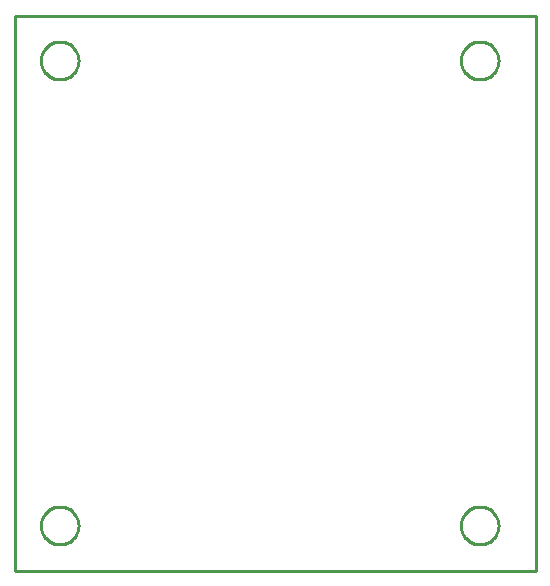
<source format=gbr>
G04 EAGLE Gerber RS-274X export*
G75*
%MOMM*%
%FSLAX34Y34*%
%LPD*%
%IN*%
%IPPOS*%
%AMOC8*
5,1,8,0,0,1.08239X$1,22.5*%
G01*
%ADD10C,0.254000*%


D10*
X0Y-38100D02*
X441200Y-38100D01*
X441200Y431700D01*
X0Y431700D01*
X0Y-38100D01*
X54102Y393176D02*
X54033Y392131D01*
X53897Y391092D01*
X53692Y390064D01*
X53421Y389052D01*
X53084Y388060D01*
X52683Y387092D01*
X52220Y386153D01*
X51696Y385245D01*
X51114Y384374D01*
X50476Y383543D01*
X49786Y382755D01*
X49045Y382014D01*
X48257Y381324D01*
X47426Y380686D01*
X46555Y380104D01*
X45647Y379580D01*
X44708Y379117D01*
X43740Y378716D01*
X42748Y378379D01*
X41736Y378108D01*
X40708Y377903D01*
X39669Y377767D01*
X38624Y377698D01*
X37576Y377698D01*
X36531Y377767D01*
X35492Y377903D01*
X34464Y378108D01*
X33452Y378379D01*
X32460Y378716D01*
X31492Y379117D01*
X30553Y379580D01*
X29645Y380104D01*
X28774Y380686D01*
X27943Y381324D01*
X27155Y382014D01*
X26414Y382755D01*
X25724Y383543D01*
X25086Y384374D01*
X24504Y385245D01*
X23980Y386153D01*
X23517Y387092D01*
X23116Y388060D01*
X22779Y389052D01*
X22508Y390064D01*
X22303Y391092D01*
X22167Y392131D01*
X22098Y393176D01*
X22098Y394224D01*
X22167Y395269D01*
X22303Y396308D01*
X22508Y397336D01*
X22779Y398348D01*
X23116Y399340D01*
X23517Y400308D01*
X23980Y401247D01*
X24504Y402155D01*
X25086Y403026D01*
X25724Y403857D01*
X26414Y404645D01*
X27155Y405386D01*
X27943Y406076D01*
X28774Y406714D01*
X29645Y407296D01*
X30553Y407820D01*
X31492Y408283D01*
X32460Y408684D01*
X33452Y409021D01*
X34464Y409292D01*
X35492Y409497D01*
X36531Y409633D01*
X37576Y409702D01*
X38624Y409702D01*
X39669Y409633D01*
X40708Y409497D01*
X41736Y409292D01*
X42748Y409021D01*
X43740Y408684D01*
X44708Y408283D01*
X45647Y407820D01*
X46555Y407296D01*
X47426Y406714D01*
X48257Y406076D01*
X49045Y405386D01*
X49786Y404645D01*
X50476Y403857D01*
X51114Y403026D01*
X51696Y402155D01*
X52220Y401247D01*
X52683Y400308D01*
X53084Y399340D01*
X53421Y398348D01*
X53692Y397336D01*
X53897Y396308D01*
X54033Y395269D01*
X54102Y394224D01*
X54102Y393176D01*
X54102Y-524D02*
X54033Y-1569D01*
X53897Y-2608D01*
X53692Y-3636D01*
X53421Y-4648D01*
X53084Y-5640D01*
X52683Y-6608D01*
X52220Y-7547D01*
X51696Y-8455D01*
X51114Y-9326D01*
X50476Y-10157D01*
X49786Y-10945D01*
X49045Y-11686D01*
X48257Y-12376D01*
X47426Y-13014D01*
X46555Y-13596D01*
X45647Y-14120D01*
X44708Y-14583D01*
X43740Y-14984D01*
X42748Y-15321D01*
X41736Y-15592D01*
X40708Y-15797D01*
X39669Y-15933D01*
X38624Y-16002D01*
X37576Y-16002D01*
X36531Y-15933D01*
X35492Y-15797D01*
X34464Y-15592D01*
X33452Y-15321D01*
X32460Y-14984D01*
X31492Y-14583D01*
X30553Y-14120D01*
X29645Y-13596D01*
X28774Y-13014D01*
X27943Y-12376D01*
X27155Y-11686D01*
X26414Y-10945D01*
X25724Y-10157D01*
X25086Y-9326D01*
X24504Y-8455D01*
X23980Y-7547D01*
X23517Y-6608D01*
X23116Y-5640D01*
X22779Y-4648D01*
X22508Y-3636D01*
X22303Y-2608D01*
X22167Y-1569D01*
X22098Y-524D01*
X22098Y524D01*
X22167Y1569D01*
X22303Y2608D01*
X22508Y3636D01*
X22779Y4648D01*
X23116Y5640D01*
X23517Y6608D01*
X23980Y7547D01*
X24504Y8455D01*
X25086Y9326D01*
X25724Y10157D01*
X26414Y10945D01*
X27155Y11686D01*
X27943Y12376D01*
X28774Y13014D01*
X29645Y13596D01*
X30553Y14120D01*
X31492Y14583D01*
X32460Y14984D01*
X33452Y15321D01*
X34464Y15592D01*
X35492Y15797D01*
X36531Y15933D01*
X37576Y16002D01*
X38624Y16002D01*
X39669Y15933D01*
X40708Y15797D01*
X41736Y15592D01*
X42748Y15321D01*
X43740Y14984D01*
X44708Y14583D01*
X45647Y14120D01*
X46555Y13596D01*
X47426Y13014D01*
X48257Y12376D01*
X49045Y11686D01*
X49786Y10945D01*
X50476Y10157D01*
X51114Y9326D01*
X51696Y8455D01*
X52220Y7547D01*
X52683Y6608D01*
X53084Y5640D01*
X53421Y4648D01*
X53692Y3636D01*
X53897Y2608D01*
X54033Y1569D01*
X54102Y524D01*
X54102Y-524D01*
X409702Y-524D02*
X409633Y-1569D01*
X409497Y-2608D01*
X409292Y-3636D01*
X409021Y-4648D01*
X408684Y-5640D01*
X408283Y-6608D01*
X407820Y-7547D01*
X407296Y-8455D01*
X406714Y-9326D01*
X406076Y-10157D01*
X405386Y-10945D01*
X404645Y-11686D01*
X403857Y-12376D01*
X403026Y-13014D01*
X402155Y-13596D01*
X401247Y-14120D01*
X400308Y-14583D01*
X399340Y-14984D01*
X398348Y-15321D01*
X397336Y-15592D01*
X396308Y-15797D01*
X395269Y-15933D01*
X394224Y-16002D01*
X393176Y-16002D01*
X392131Y-15933D01*
X391092Y-15797D01*
X390064Y-15592D01*
X389052Y-15321D01*
X388060Y-14984D01*
X387092Y-14583D01*
X386153Y-14120D01*
X385245Y-13596D01*
X384374Y-13014D01*
X383543Y-12376D01*
X382755Y-11686D01*
X382014Y-10945D01*
X381324Y-10157D01*
X380686Y-9326D01*
X380104Y-8455D01*
X379580Y-7547D01*
X379117Y-6608D01*
X378716Y-5640D01*
X378379Y-4648D01*
X378108Y-3636D01*
X377903Y-2608D01*
X377767Y-1569D01*
X377698Y-524D01*
X377698Y524D01*
X377767Y1569D01*
X377903Y2608D01*
X378108Y3636D01*
X378379Y4648D01*
X378716Y5640D01*
X379117Y6608D01*
X379580Y7547D01*
X380104Y8455D01*
X380686Y9326D01*
X381324Y10157D01*
X382014Y10945D01*
X382755Y11686D01*
X383543Y12376D01*
X384374Y13014D01*
X385245Y13596D01*
X386153Y14120D01*
X387092Y14583D01*
X388060Y14984D01*
X389052Y15321D01*
X390064Y15592D01*
X391092Y15797D01*
X392131Y15933D01*
X393176Y16002D01*
X394224Y16002D01*
X395269Y15933D01*
X396308Y15797D01*
X397336Y15592D01*
X398348Y15321D01*
X399340Y14984D01*
X400308Y14583D01*
X401247Y14120D01*
X402155Y13596D01*
X403026Y13014D01*
X403857Y12376D01*
X404645Y11686D01*
X405386Y10945D01*
X406076Y10157D01*
X406714Y9326D01*
X407296Y8455D01*
X407820Y7547D01*
X408283Y6608D01*
X408684Y5640D01*
X409021Y4648D01*
X409292Y3636D01*
X409497Y2608D01*
X409633Y1569D01*
X409702Y524D01*
X409702Y-524D01*
X409702Y393176D02*
X409633Y392131D01*
X409497Y391092D01*
X409292Y390064D01*
X409021Y389052D01*
X408684Y388060D01*
X408283Y387092D01*
X407820Y386153D01*
X407296Y385245D01*
X406714Y384374D01*
X406076Y383543D01*
X405386Y382755D01*
X404645Y382014D01*
X403857Y381324D01*
X403026Y380686D01*
X402155Y380104D01*
X401247Y379580D01*
X400308Y379117D01*
X399340Y378716D01*
X398348Y378379D01*
X397336Y378108D01*
X396308Y377903D01*
X395269Y377767D01*
X394224Y377698D01*
X393176Y377698D01*
X392131Y377767D01*
X391092Y377903D01*
X390064Y378108D01*
X389052Y378379D01*
X388060Y378716D01*
X387092Y379117D01*
X386153Y379580D01*
X385245Y380104D01*
X384374Y380686D01*
X383543Y381324D01*
X382755Y382014D01*
X382014Y382755D01*
X381324Y383543D01*
X380686Y384374D01*
X380104Y385245D01*
X379580Y386153D01*
X379117Y387092D01*
X378716Y388060D01*
X378379Y389052D01*
X378108Y390064D01*
X377903Y391092D01*
X377767Y392131D01*
X377698Y393176D01*
X377698Y394224D01*
X377767Y395269D01*
X377903Y396308D01*
X378108Y397336D01*
X378379Y398348D01*
X378716Y399340D01*
X379117Y400308D01*
X379580Y401247D01*
X380104Y402155D01*
X380686Y403026D01*
X381324Y403857D01*
X382014Y404645D01*
X382755Y405386D01*
X383543Y406076D01*
X384374Y406714D01*
X385245Y407296D01*
X386153Y407820D01*
X387092Y408283D01*
X388060Y408684D01*
X389052Y409021D01*
X390064Y409292D01*
X391092Y409497D01*
X392131Y409633D01*
X393176Y409702D01*
X394224Y409702D01*
X395269Y409633D01*
X396308Y409497D01*
X397336Y409292D01*
X398348Y409021D01*
X399340Y408684D01*
X400308Y408283D01*
X401247Y407820D01*
X402155Y407296D01*
X403026Y406714D01*
X403857Y406076D01*
X404645Y405386D01*
X405386Y404645D01*
X406076Y403857D01*
X406714Y403026D01*
X407296Y402155D01*
X407820Y401247D01*
X408283Y400308D01*
X408684Y399340D01*
X409021Y398348D01*
X409292Y397336D01*
X409497Y396308D01*
X409633Y395269D01*
X409702Y394224D01*
X409702Y393176D01*
M02*

</source>
